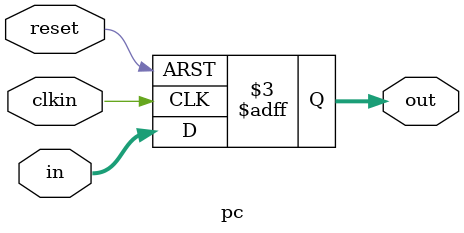
<source format=v>
`timescale 1ns / 1ps
module pc(
    input [7:0] in,
	 input clkin,
	 input reset,
    output reg [7:0] out
    );

	 always @(posedge clkin or posedge reset) begin
		if(reset == 1) begin
			out <= 0;
		end
		else begin
			out <= in;
		end
	end

endmodule

</source>
